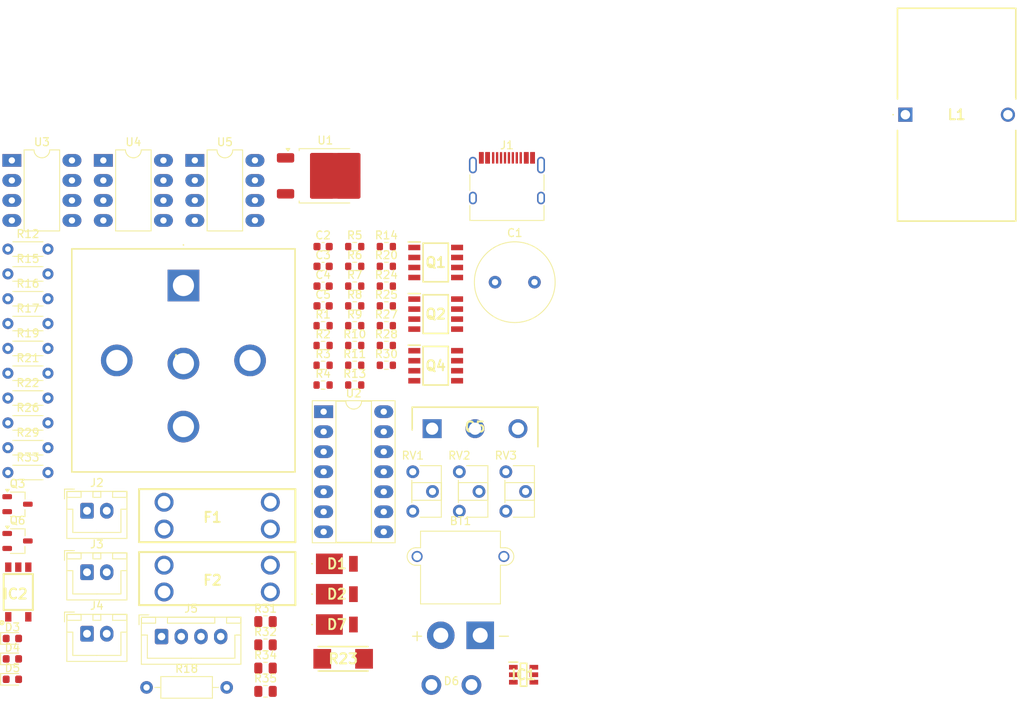
<source format=kicad_pcb>
(kicad_pcb (version 20240108) (generator "pcbnew") (generator_version "8.0")
  (layers (0 "F.Cu" signal) (31 "B.Cu" signal) (34 "B.Paste" user) (35 "F.Paste" user) (36 "B.SilkS" user "B.Silkscreen") (37 "F.SilkS" user "F.Silkscreen") (38 "B.Mask" user) (39 "F.Mask" user) (44 "Edge.Cuts" user))
  (net 0 "")
  (net 1 "GND")
  (net 2 "+BATT")
  (net 3 "+24V")
  (net 4 "+12V")
  (net 5 "Net-(IC1-VDD)")
  (net 6 "+5V")
  (net 7 "Net-(D3-K)")
  (net 8 "Net-(D4-K)")
  (net 9 "Net-(D5-K)")
  (net 10 "Net-(D6-K)")
  (net 11 "Net-(D6-A)")
  (net 12 "Net-(D7-A)")
  (net 14 "Net-(IC1-CC2)")
  (net 15 "Net-(IC1-CC1)")
  (net 16 "Net-(IC1-CFG)")
  (net 17 "Net-(IC2-Pad5)")
  (net 18 "Net-(Q3-D)")
  (net 19 "Net-(IC2-Pad1)")
  (net 30 "/PowerSIG")
  (net 31 "/ChargeSIG")
  (net 32 "/RelaySIG")
  (net 33 "/CapV+_Sence")
  (net 34 "/CapV-_Sence")
  (net 36 "Net-(L1-Pad1)")
  (net 37 "Net-(Q3-G)")
  (net 38 "Net-(Q5-G)")
  (net 39 "Net-(Q6-G)")
  (net 40 "/PFM")
  (net 41 "/OCP")
  (net 42 "Net-(U3B-+)")
  (net 43 "Net-(U4A-+)")
  (net 44 "Net-(U3A--)")
  (net 45 "Net-(U4A--)")
  (net 46 "/OVP")
  (net 47 "Net-(U5A-+)")
  (net 48 "Net-(R31-Pad2)")
  (net 49 "Net-(U5A--)")
  (net 50 "Net-(R34-Pad2)")
  (footprint "LED_SMD:LED_0603_1608Metric" (layer "F.Cu") (at 76.29 123.74)
    (property "Reference" "D4" (at 0 -1.43 0) (layer "F.SilkS"))
    (property "Value" "LED")
    (pad "1" smd roundrect (at -0.7875 0) (size 0.875 0.95) (layers "F.Cu" "F.Paste" "F.Mask") (net 8 "Net-(D4-K)"))
    (pad "2" smd roundrect (at 0.7875 0) (size 0.875 0.95) (layers "F.Cu" "F.Paste" "F.Mask") (net 3 "+24V"))
  )
  (footprint "Resistor_SMD:R_0603_1608Metric" (layer "F.Cu") (at 119.69 86.49)
    (property "Reference" "R11" (at 0 -1.43 0) (layer "F.SilkS"))
    (property "Value" "4.7k")
    (pad "1" smd roundrect (at -0.825 0) (size 0.8 0.95) (layers "F.Cu" "F.Paste" "F.Mask") (net 6 "+5V"))
    (pad "2" smd roundrect (at 0.825 0) (size 0.8 0.95) (layers "F.Cu" "F.Paste" "F.Mask") (net 41 "/OCP"))
  )
  (footprint "samasys:MA10EB045" (layer "F.Cu") (at 117.425 111.68)
    (property "Reference" "D1" (at 0 0 0) (layer "F.SilkS") (effects (font (size 1.27 1.27) (thickness 0.254))))
    (property "Value" "D_Schottky" (hide yes))
    (pad "1" smd rect (at -0.95 0 90) (size 2.6 3.4) (layers "F.Cu" "F.Paste" "F.Mask") (net 4 "+12V"))
    (pad "2" smd rect (at 2.1 0) (size 1.1 2) (layers "F.Cu" "F.Paste" "F.Mask") (net 1 "GND"))
  )
  (footprint "Resistor_THT:R_Axial_DIN0204_L3.6mm_D1.6mm_P5.08mm_Horizontal" (layer "F.Cu") (at 75.72 87.5)
    (property "Reference" "R21" (at 2.54 -1.92 0) (layer "F.SilkS"))
    (property "Value" "1k")
    (pad "1" thru_hole circle (at 0 0) (size 1.4 1.4) (drill 0.7) (layers "*.Cu" "*.Mask") (net 43 "Net-(U4A-+)"))
    (pad "2" thru_hole oval (at 5.08 0) (size 1.4 1.4) (drill 0.7) (layers "*.Cu" "*.Mask") (net 34 "/CapV-_Sence"))
  )
  (footprint "Resistor_SMD:R_0603_1608Metric" (layer "F.Cu") (at 119.69 83.98)
    (property "Reference" "R10" (at 0 -1.43 0) (layer "F.SilkS"))
    (property "Value" "1.5k")
    (pad "1" smd roundrect (at -0.825 0) (size 0.8 0.95) (layers "F.Cu" "F.Paste" "F.Mask") (net 6 "+5V"))
    (pad "2" smd roundrect (at 0.825 0) (size 0.8 0.95) (layers "F.Cu" "F.Paste" "F.Mask") (net 40 "/PFM"))
  )
  (footprint "Resistor_SMD:R_0603_1608Metric" (layer "F.Cu") (at 119.69 76.45)
    (property "Reference" "R7" (at 0 -1.43 0) (layer "F.SilkS"))
    (property "Value" "1k")
    (pad "1" smd roundrect (at -0.825 0) (size 0.8 0.95) (layers "F.Cu" "F.Paste" "F.Mask") (net 9 "Net-(D5-K)"))
    (pad "2" smd roundrect (at 0.825 0) (size 0.8 0.95) (layers "F.Cu" "F.Paste" "F.Mask") (net 1 "GND"))
  )
  (footprint "Package_DIP:DIP-8_W7.62mm_LongPads" (layer "F.Cu") (at 99.42 60.5)
    (property "Reference" "U5" (at 3.81 -2.33 0) (layer "F.SilkS"))
    (property "Value" "NJM2903")
    (pad "1" thru_hole rect (at 0 0) (size 2.4 1.6) (drill 0.8) (layers "*.Cu" "*.Mask") (net 46 "/OVP"))
    (pad "2" thru_hole oval (at 0 2.54) (size 2.4 1.6) (drill 0.8) (layers "*.Cu" "*.Mask") (net 49 "Net-(U5A--)"))
    (pad "3" thru_hole oval (at 0 5.08) (size 2.4 1.6) (drill 0.8) (layers "*.Cu" "*.Mask") (net 47 "Net-(U5A-+)"))
    (pad "4" thru_hole oval (at 0 7.62) (size 2.4 1.6) (drill 0.8) (layers "*.Cu" "*.Mask") (net 4 "+12V"))
    (pad "5" thru_hole oval (at 7.62 7.62) (size 2.4 1.6) (drill 0.8) (layers "*.Cu" "*.Mask") (net 1 "GND"))
    (pad "6" thru_hole oval (at 7.62 5.08) (size 2.4 1.6) (drill 0.8) (layers "*.Cu" "*.Mask") (net 1 "GND"))
    (pad "7" thru_hole oval (at 7.62 2.54) (size 2.4 1.6) (drill 0.8) (layers "*.Cu" "*.Mask"))
    (pad "8" thru_hole oval (at 7.62 0) (size 2.4 1.6) (drill 0.8) (layers "*.Cu" "*.Mask") (net 1 "GND"))
  )
  (footprint "Resistor_THT:R_Axial_DIN0204_L3.6mm_D1.6mm_P5.08mm_Horizontal" (layer "F.Cu") (at 75.72 93.8)
    (property "Reference" "R26" (at 2.54 -1.92 0) (layer "F.SilkS"))
    (property "Value" "2.4k")
    (pad "1" thru_hole circle (at 0 0) (size 1.4 1.4) (drill 0.7) (layers "*.Cu" "*.Mask") (net 46 "/OVP"))
    (pad "2" thru_hole oval (at 5.08 0) (size 1.4 1.4) (drill 0.7) (layers "*.Cu" "*.Mask") (net 47 "Net-(U5A-+)"))
  )
  (footprint "Connector_JST:JST_XH_B2B-XH-A_1x02_P2.50mm_Vertical" (layer "F.Cu") (at 85.75 120.55)
    (property "Reference" "J4" (at 1.25 -3.55 0) (layer "F.SilkS"))
    (property "Value" "XH2P")
    (pad "1" thru_hole roundrect (at 0 0) (size 1.7 2) (drill 1) (layers "*.Cu" "*.Mask") (roundrect_rratio 0.147059) (net 6 "+5V"))
    (pad "2" thru_hole oval (at 2.5 0) (size 1.7 2) (drill 1) (layers "*.Cu" "*.Mask") (net 32 "/RelaySIG"))
  )
  (footprint "LED_SMD:LED_0603_1608Metric" (layer "F.Cu") (at 76.29 121.15)
    (property "Reference" "D3" (at 0 -1.43 0) (layer "F.SilkS"))
    (property "Value" "LED")
    (pad "1" smd roundrect (at -0.7875 0) (size 0.875 0.95) (layers "F.Cu" "F.Paste" "F.Mask") (net 7 "Net-(D3-K)"))
    (pad "2" smd roundrect (at 0.7875 0) (size 0.875 0.95) (layers "F.Cu" "F.Paste" "F.Mask") (net 4 "+12V"))
  )
  (footprint "Resistor_SMD:R_0603_1608Metric" (layer "F.Cu") (at 115.68 81.47)
    (property "Reference" "R1" (at 0 -1.43 0) (layer "F.SilkS"))
    (property "Value" "2k")
    (pad "1" smd roundrect (at -0.825 0) (size 0.8 0.95) (layers "F.Cu" "F.Paste" "F.Mask") (net 7 "Net-(D3-K)"))
    (pad "2" smd roundrect (at 0.825 0) (size 0.8 0.95) (layers "F.Cu" "F.Paste" "F.Mask") (net 1 "GND"))
  )
  (footprint "samasys:MA10EB045" (layer "F.Cu") (at 117.425 115.53)
    (property "Reference" "D2" (at 0 0 0) (layer "F.SilkS") (effects (font (size 1.27 1.27) (thickness 0.254))))
    (property "Value" "D_Schottky" (hide yes))
    (pad "1" smd rect (at -0.95 0 90) (size 2.6 3.4) (layers "F.Cu" "F.Paste" "F.Mask") (net 3 "+24V"))
    (pad "2" smd rect (at 2.1 0) (size 1.1 2) (layers "F.Cu" "F.Paste" "F.Mask") (net 1 "GND"))
  )
  (footprint "Resistor_SMD:R_0603_1608Metric" (layer "F.Cu") (at 115.68 83.98)
    (property "Reference" "R2" (at 0 -1.43 0) (layer "F.SilkS"))
    (property "Value" "5.1k")
    (pad "1" smd roundrect (at -0.825 0) (size 0.8 0.95) (layers "F.Cu" "F.Paste" "F.Mask") (net 15 "Net-(IC1-CC1)"))
    (pad "2" smd roundrect (at 0.825 0) (size 0.8 0.95) (layers "F.Cu" "F.Paste" "F.Mask") (net 1 "GND"))
  )
  (footprint "Resistor_SMD:R_0805_2012Metric" (layer "F.Cu") (at 108.38 121.96)
    (property "Reference" "R32" (at 0 -1.65 0) (layer "F.SilkS"))
    (property "Value" "1M")
    (pad "1" smd roundrect (at -0.9125 0) (size 1.025 1.4) (layers "F.Cu" "F.Paste" "F.Mask") (roundrect_rratio 0.243902) (net 48 "Net-(R31-Pad2)"))
    (pad "2" smd roundrect (at 0.9125 0) (size 1.025 1.4) (layers "F.Cu" "F.Paste" "F.Mask") (roundrect_rratio 0.243902) (net 49 "Net-(U5A--)"))
  )
  (footprint "Resistor_SMD:R_0603_1608Metric" (layer "F.Cu") (at 119.69 78.96)
    (property "Reference" "R8" (at 0 -1.43 0) (layer "F.SilkS"))
    (property "Value" "10k")
    (pad "1" smd roundrect (at -0.825 0) (size 0.8 0.95) (layers "F.Cu" "F.Paste" "F.Mask") (net 31 "/ChargeSIG"))
    (pad "2" smd roundrect (at 0.825 0) (size 0.8 0.95) (layers "F.Cu" "F.Paste" "F.Mask") (net 1 "GND"))
  )
  (footprint "Connector_JST:JST_XH_B4B-XH-A_1x04_P2.50mm_Vertical" (layer "F.Cu") (at 95.2 120.91)
    (property "Reference" "J5" (at 3.75 -3.55 0) (layer "F.SilkS"))
    (property "Value" "XH4P")
    (pad "1" thru_hole roundrect (at 0 0) (size 1.7 1.95) (drill 0.95) (layers "*.Cu" "*.Mask") (roundrect_rratio 0.147059) (net 33 "/CapV+_Sence"))
    (pad "2" thru_hole oval (at 2.5 0) (size 1.7 1.95) (drill 0.95) (layers "*.Cu" "*.Mask") (net 33 "/CapV+_Sence"))
    (pad "3" thru_hole oval (at 5 0) (size 1.7 1.95) (drill 0.95) (layers "*.Cu" "*.Mask") (net 34 "/CapV-_Sence"))
    (pad "4" thru_hole oval (at 7.5 0) (size 1.7 1.95) (drill 0.95) (layers "*.Cu" "*.Mask") (net 34 "/CapV-_Sence"))
  )
  (footprint "Resistor_SMD:R_0603_1608Metric" (layer "F.Cu") (at 119.69 89)
    (property "Reference" "R13" (at 0 -1.43 0) (layer "F.SilkS"))
    (property "Value" "10k")
    (pad "1" smd roundrect (at -0.825 0) (size 0.8 0.95) (layers "F.Cu" "F.Paste" "F.Mask") (net 37 "Net-(Q3-G)"))
    (pad "2" smd roundrect (at 0.825 0) (size 0.8 0.95) (layers "F.Cu" "F.Paste" "F.Mask") (net 1 "GND"))
  )
  (footprint "Package_DIP:DIP-14_W7.62mm_Socket_LongPads" (layer "F.Cu") (at 115.75 92.38)
    (property "Reference" "U2" (at 3.81 -2.33 0) (layer "F.SilkS"))
    (property "Value" "74HC21")
    (pad "1" thru_hole rect (at 0 0) (size 2.4 1.6) (drill 0.8) (layers "*.Cu" "*.Mask") (net 31 "/ChargeSIG"))
    (pad "2" thru_hole oval (at 0 2.54) (size 2.4 1.6) (drill 0.8) (layers "*.Cu" "*.Mask") (net 41 "/OCP"))
    (pad "3" thru_hole oval (at 0 5.08) (size 2.4 1.6) (drill 0.8) (layers "*.Cu" "*.Mask"))
    (pad "4" thru_hole oval (at 0 7.62) (size 2.4 1.6) (drill 0.8) (layers "*.Cu" "*.Mask") (net 46 "/OVP"))
    (pad "5" thru_hole oval (at 0 10.16) (size 2.4 1.6) (drill 0.8) (layers "*.Cu" "*.Mask") (net 40 "/PFM"))
    (pad "6" thru_hole oval (at 0 12.7) (size 2.4 1.6) (drill 0.8) (layers "*.Cu" "*.Mask") (net 37 "Net-(Q3-G)"))
    (pad "7" thru_hole oval (at 0 15.24) (size 2.4 1.6) (drill 0.8) (layers "*.Cu" "*.Mask") (net 1 "GND"))
    (pad "8" thru_hole oval (at 7.62 15.24) (size 2.4 1.6) (drill 0.8) (layers "*.Cu" "*.Mask") (net 39 "Net-(Q6-G)"))
    (pad "9" thru_hole oval (at 7.62 12.7) (size 2.4 1.6) (drill 0.8) (layers "*.Cu" "*.Mask") (net 32 "/RelaySIG"))
    (pad "10" thru_hole oval (at 7.62 10.16) (size 2.4 1.6) (drill 0.8) (layers "*.Cu" "*.Mask") (net 32 "/RelaySIG"))
    (pad "11" thru_hole oval (at 7.62 7.62) (size 2.4 1.6) (drill 0.8) (layers "*.Cu" "*.Mask"))
    (pad "12" thru_hole oval (at 7.62 5.08) (size 2.4 1.6) (drill 0.8) (layers "*.Cu" "*.Mask") (net 46 "/OVP"))
    (pad "13" thru_hole oval (at 7.62 2.54) (size 2.4 1.6) (drill 0.8) (layers "*.Cu" "*.Mask") (net 46 "/OVP"))
    (pad "14" thru_hole oval (at 7.62 0) (size 2.4 1.6) (drill 0.8) (layers "*.Cu" "*.Mask") (net 6 "+5V"))
  )
  (footprint "Capacitor_SMD:C_0603_1608Metric" (layer "F.Cu") (at 115.68 71.43)
    (property "Reference" "C2" (at 0 -1.43 0) (layer "F.SilkS"))
    (property "Value" "0.33u")
    (pad "1" smd roundrect (at -0.775 0) (size 0.9 0.95) (layers "F.Cu" "F.Paste" "F.Mask") (net 4 "+12V"))
    (pad "2" smd roundrect (at 0.775 0) (size 0.9 0.95) (layers "F.Cu" "F.Paste" "F.Mask") (net 1 "GND"))
  )
  (footprint "Resistor_SMD:R_0603_1608Metric" (layer "F.Cu") (at 123.7 86.49)
    (property "Reference" "R30" (at 0 -1.43 0) (layer "F.SilkS"))
    (property "Value" "10k")
    (pad "1" smd roundrect (at -0.825 0) (size 0.8 0.95) (layers "F.Cu" "F.Paste" "F.Mask") (net 39 "Net-(Q6-G)"))
    (pad "2" smd roundrect (at 0.825 0) (size 0.8 0.95) (layers "F.Cu" "F.Paste" "F.Mask") (net 1 "GND"))
  )
  (footprint "Package_DIP:DIP-8_W7.62mm_LongPads" (layer "F.Cu") (at 76.22 60.5)
    (property "Reference" "U3" (at 3.81 -2.33 0) (layer "F.SilkS"))
    (property "Value" "NJM2903")
    (pad "1" thru_hole rect (at 0 0) (size 2.4 1.6) (drill 0.8) (layers "*.Cu" "*.Mask") (net 40 "/PFM"))
    (pad "2" thru_hole oval (at 0 2.54) (size 2.4 1.6) (drill 0.8) (layers "*.Cu" "*.Mask") (net 44 "Net-(U3A--)"))
    (pad "3" thru_hole oval (at 0 5.08) (size 2.4 1.6) (drill 0.8) (layers "*.Cu" "*.Mask") (net 40 "/PFM"))
    (pad "4" thru_hole oval (at 0 7.62) (size 2.4 1.6) (drill 0.8) (layers "*.Cu" "*.Mask") (net 4 "+12V"))
    (pad "5" thru_hole oval (at 7.62 7.62) (size 2.4 1.6) (drill 0.8) (layers "*.Cu" "*.Mask") (net 42 "Net-(U3B-+)"))
    (pad "6" thru_hole oval (at 7.62 5.08) (size 2.4 1.6) (drill 0.8) (layers "*.Cu" "*.Mask") (net 44 "Net-(U3A--)"))
    (pad "7" thru_hole oval (at 7.62 2.54) (size 2.4 1.6) (drill 0.8) (layers "*.Cu" "*.Mask") (net 41 "/OCP"))
    (pad "8" thru_hole oval (at 7.62 0) (size 2.4 1.6) (drill 0.8) (layers "*.Cu" "*.Mask") (net 1 "GND"))
  )
  (footprint "Resistor_SMD:R_0603_1608Metric" (layer "F.Cu") (at 123.7 78.96)
    (property "Reference" "R25" (at 0 -1.43 0) (layer "F.SilkS"))
    (property "Value" "10k")
    (pad "1" smd roundrect (at -0.825 0) (size 0.8 0.95) (layers "F.Cu" "F.Paste" "F.Mask") (net 32 "/RelaySIG"))
    (pad "2" smd roundrect (at 0.825 0) (size 0.8 0.95) (layers "F.Cu" "F.Paste" "F.Mask") (net 1 "GND"))
  )
  (footprint "LED_SMD:LED_0603_1608Metric" (layer "F.Cu") (at 76.29 126.33)
    (property "Reference" "D5" (at 0 -1.43 0) (layer "F.SilkS"))
    (property "Value" "LED")
    (pad "1" smd roundrect (at -0.7875 0) (size 0.875 0.95) (layers "F.Cu" "F.Paste" "F.Mask") (net 9 "Net-(D5-K)"))
    (pad "2" smd roundrect (at 0.7875 0) (size 0.875 0.95) (layers "F.Cu" "F.Paste" "F.Mask") (net 6 "+5V"))
  )
  (footprint "Capacitor_SMD:C_0603_1608Metric" (layer "F.Cu") (at 115.68 76.45)
    (property "Reference" "C4" (at 0 -1.43 0) (layer "F.SilkS"))
    (property "Value" "0.1u")
    (pad "1" smd roundrect (at -0.775 0) (size 0.9 0.95) (layers "F.Cu" "F.Paste" "F.Mask") (net 6 "+5V"))
    (pad "2" smd roundrect (at 0.775 0) (size 0.9 0.95) (layers "F.Cu" "F.Paste" "F.Mask") (net 1 "GND"))
  )
  (footprint "Connector_AMASS:AMASS_XT30PW-M_1x02_P2.50mm_Horizontal" (layer "F.Cu") (at 135.6 120.75)
    (property "Reference" "BT1" (at -2.5 -14.5 0) (layer "F.SilkS"))
    (property "Value" "Battery")
    (fp_text user "+" (at -8 0 0) (layer "F.SilkS") (effects (font (size 1.5 1.5))))
    (fp_text user "-" (at 3 0 0) (layer "F.SilkS") (effects (font (size 1.5 1.5))))
    (pad "" thru_hole circle (at -8 -10) (size 1.4 1.4) (drill 1) (layers "*.Cu" "*.Mask"))
    (pad "" thru_hole circle (at 3 -10) (size 1.4 1.4) (drill 1) (layers "*.Cu" "*.Mask"))
    (pad "1" thru_hole rect (at 0 0) (size 3.5 3.5) (drill 1.9) (layers "*.Cu" "*.Mask") (net 2 "+BATT"))
    (pad "2" thru_hole circle (at -5 0) (size 3.5 3.5) (drill 1.9) (layers "*.Cu" "*.Mask") (net 1 "GND"))
  )
  (footprint "Resistor_SMD:R_0603_1608Metric" (layer "F.Cu") (at 115.68 89)
    (property "Reference" "R4" (at 0 -1.43 0) (layer "F.SilkS"))
    (property "Value" "5.1k")
    (pad "1" smd roundrect (at -0.825 0) (size 0.8 0.95) (layers "F.Cu" "F.Paste" "F.Mask") (net 14 "Net-(IC1-CC2)"))
    (pad "2" smd roundrect (at 0.825 0) (size 0.8 0.95) (layers "F.Cu" "F.Paste" "F.Mask") (net 1 "GND"))
  )
  (footprint "Potentiometer_THT:Potentiometer_ACP_CA6-H2,5_Horizontal" (layer "F.Cu") (at 138.85 100)
    (property "Reference" "RV3" (at 0 -2.06 0) (layer "F.SilkS"))
    (property "Value" "500")
    (pad "1" thru_hole circle (at 0 0) (size 1.62 1.62) (drill 0.9) (layers "*.Cu" "*.Mask") (net 47 "Net-(U5A-+)"))
    (pad "2" thru_hole circle (at 2.5 2.5) (size 1.62 1.62) (drill 0.9) (layers "*.Cu" "*.Mask") (net 1 "GND"))
    (pad "3" thru_hole circle (at 0 5) (size 1.62 1.62) (drill 0.9) (layers "*.Cu" "*.Mask"))
  )
  (footprint "Resistor_THT:R_Axial_DIN0204_L3.6mm_D1.6mm_P5.08mm_Horizontal" (layer "F.Cu") (at 75.72 84.35)
    (property "Reference" "R19" (at 2.54 -1.92 0) (layer "F.SilkS"))
    (property "Value" "100k")
    (pad "1" thru_hole circle (at 0 0) (size 1.4 1.4) (drill 0.7) (layers "*.Cu" "*.Mask") (net 45 "Net-(U4A--)"))
    (pad "2" thru_hole oval (at 5.08 0) (size 1.4 1.4) (drill 0.7) (layers "*.Cu" "*.Mask") (net 1 "GND"))
  )
  (footprint "samasys:SOIC127P600X175-8N" (layer "F.Cu") (at 129.955 80)
    (property "Reference" "Q2" (at 0 0 0) (layer "F.SilkS") (effects (font (size 1.27 1.27) (thickness 0.254))))
    (property "Value" "FDS4935A" (hide yes))
    (pad "1" smd rect (at -2.712 -1.905 90) (size 0.7 1.525) (layers "F.Cu" "F.Paste" "F.Mask") (net 3 "+24V"))
    (pad "2" smd rect (at -2.712 -0.635 90) (size 0.7 1.525) (layers "F.Cu" "F.Paste" "F.Mask") (net 30 "/PowerSIG"))
    (pad "3" smd rect (at -2.712 0.635 90) (size 0.7 1.525) (layers "F.Cu" "F.Paste" "F.Mask") (net 3 "+24V"))
    (pad "4" smd rect (at -2.712 1.905 90) (size 0.7 1.525) (layers "F.Cu" "F.Paste" "F.Mask") (net 30 "/PowerSIG"))
    (pad "5" smd rect (at 2.712 1.905 90) (size 0.7 1.525) (layers "F.Cu" "F.Paste" "F.Mask") (net 36 "Net-(L1-Pad1)"))
    (pad "6" smd rect (at 2.712 0.635 90) (size 0.7 1.525) (layers "F.Cu" "F.Paste" "F.Mask") (net 36 "Net-(L1-Pad1)"))
    (pad "7" smd rect (at 2.712 -0.635 90) (size 0.7 1.525) (layers "F.Cu" "F.Paste" "F.Mask") (net 36 "Net-(L1-Pad1)"))
    (pad "8" smd rect (at 2.712 -1.905 90) (size 0.7 1.525) (layers "F.Cu" "F.Paste" "F.Mask") (net 36 "Net-(L1-Pad1)"))
  )
  (footprint "Resistor_SMD:R_0603_1608Metric" (layer "F.Cu") (at 123.7 73.94)
    (property "Reference" "R20" (at 0 -1.43 0) (layer "F.SilkS"))
    (property "Value" "10k")
    (pad "1" smd roundrect (at -0.825 0) (size 0.8 0.95) (layers "F.Cu" "F.Paste" "F.Mask") (net 38 "Net-(Q5-G)"))
    (pad "2" smd roundrect (at 0.825 0) (size 0.8 0.95) (layers "F.Cu" "F.Paste" "F.Mask") (net 34 "/CapV-_Sence"))
  )
  (footprint "Package_TO_SOT_SMD:TSOT-23" (layer "F.Cu") (at 76.94 104.115)
    (property "Reference" "Q3" (at 0 -2.6 0) (layer "F.SilkS"))
    (property "Value" "NMOS")
    (pad "1" smd roundrect (at -1.31 -0.95) (size 1.22 0.65) (layers "F.Cu" "F.Paste" "F.Mask") (net 18 "Net-(Q3-D)"))
    (pad "2" smd roundrect (at -1.31 0.95) (size 1.22 0.65) (layers "F.Cu" "F.Paste" "F.Mask") (net 37 "Net-(Q3-G)"))
    (pad "3" smd roundrect (at 1.31 0) (size 1.22 0.65) (layers "F.Cu" "F.Paste" "F.Mask") (net 1 "GND"))
  )
  (footprint "Resistor_THT:R_Axial_DIN0204_L3.6mm_D1.6mm_P5.08mm_Horizontal" (layer "F.Cu") (at 75.72 71.75)
    (property "Reference" "R12" (at 2.54 -1.92 0) (layer "F.SilkS"))
    (property "Value" "510")
    (pad "1" thru_hole circle (at 0 0) (size 1.4 1.4) (drill 0.7) (layers "*.Cu" "*.Mask") (net 41 "/OCP"))
    (pad "2" thru_hole oval (at 5.08 0) (size 1.4 1.4) (drill 0.7) (layers "*.Cu" "*.Mask") (net 42 "Net-(U3B-+)"))
  )
  (footprint "samasys:3557-2" (layer "F.Cu") (at 102.257 105.567)
    (property "Reference" "F1" (at -0.597 0.218 0) (layer "F.SilkS") (effects (font (size 1.27 1.27) (thickness 0.254))))
    (property "Value" "Fuse" (hide yes))
    (pad "1" thru_hole circle (at -6.735 -1.7) (size 2.4 2.4) (drill 1.6) (layers "*.Cu" "*.Mask") (net 2 "+BATT"))
    (pad "1" thru_hole circle (at -6.735 1.7) (size 2.4 2.4) (drill 1.6) (layers "*.Cu" "*.Mask") (net 2 "+BATT"))
    (pad "2" thru_hole circle (at 6.735 -1.7) (size 2.4 2.4) (drill 1.6) (layers "*.Cu" "*.Mask") (net 4 "+12V"))
    (pad "2" thru_hole circle (at 6.735 1.7) (size 2.4 2.4) (drill 1.6) (layers "*.Cu" "*.Mask") (net 4 "+12V"))
  )
  (footprint "Potentiometer_THT:Potentiometer_ACP_CA6-H2,5_Horizontal" (layer "F.Cu") (at 127.05 100)
    (property "Reference" "RV1" (at 0 -2.06 0) (layer "F.SilkS"))
    (property "Value" "10k")
    (pad "1" thru_hole circle (at 0 0) (size 1.62 1.62) (drill 0.9) (layers "*.Cu" "*.Mask") (net 40 "/PFM"))
    (pad "2" thru_hole circle (at 2.5 2.5) (size 1.62 1.62) (drill 0.9) (layers "*.Cu" "*.Mask") (net 1 "GND"))
    (pad "3" thru_hole circle (at 0 5) (size 1.62 1.62) (drill 0.9) (layers "*.Cu" "*.Mask"))
  )
  (footprint "Resistor_SMD:R_0805_2012Metric" (layer "F.Cu") (at 108.38 119.01)
    (property "Reference" "R31" (at 0 -1.65 0) (layer "F.SilkS"))
    (property "Value" "1M")
    (pad "1" smd roundrect (at -0.9125 0) (size 1.025 1.4) (layers "F.Cu" "F.Paste" "F.Mask") (roundrect_rratio 0.243902) (net 33 "/CapV+_Sence"))
    (pad "2" smd roundrect (at 0.9125 0) (size 1.025 1.4) (layers "F.Cu" "F.Paste" "F.Mask") (roundrect_rratio 0.243902) (net 48 "Net-(R31-Pad2)"))
  )
  (footprint "Resistor_SMD:R_0805_2012Metric" (layer "F.Cu") (at 108.38 124.91)
    (property "Reference" "R34" (at 0 -1.65 0) (layer "F.SilkS"))
    (property "Value" "1M")
    (pad "1" smd roundrect (at -0.9125 0) (size 1.025 1.4) (layers "F.Cu" "F.Paste" "F.Mask") (roundrect_rratio 0.243902) (net 33 "/CapV+_Sence"))
    (pad "2" smd roundrect (at 0.9125 0) (size 1.025 1.4) (layers "F.Cu" "F.Paste" "F.Mask") (roundrect_rratio 0.243902) (net 50 "Net-(R34-Pad2)"))
  )
  (footprint "samasys:SOIC127P600X175-8N" (layer "F.Cu") (at 129.955 73.45)
    (property "Reference" "Q1" (at 0 0 0) (layer "F.SilkS") (effects (font (size 1.27 1.27) (thickness 0.254))))
    (property "Value" "FDS4935A" (hide yes))
    (pad "1" smd rect (at -2.712 -1.905 90) (size 0.7 1.525) (layers "F.Cu" "F.Paste" "F.Mask") (net 3 "+24V"))
    (pad "2" smd rect (at -2.712 -0.635 90) (size 0.7 1.525) (layers "F.Cu" "F.Paste" "F.Mask") (net 30 "/PowerSIG"))
    (pad "3" smd rect (at -2.712 0.635 90) (size 0.7 1.525) (layers "F.Cu" "F.Paste" "F.Mask") (net 3 "+24V"))
    (pad "4" smd rect (at -2.712 1.905 90) (size 0.7 1.525) (layers "F.Cu" "F.Paste" "F.Mask") (net 30 "/PowerSIG"))
    (pad "5" smd rect (at 2.712 1.905 90) (size 0.7 1.525) (layers "F.Cu" "F.Paste" "F.Mask") (net 36 "Net-(L1-Pad1)"))
    (pad "6" smd rect (at 2.712 0.635 90) (size 0.7 1.525) (layers "F.Cu" "F.Paste" "F.Mask") (net 36 "Net-(L1-Pad1)"))
    (pad "7" smd rect (at 2.712 -0.635 90) (size 0.7 1.525) (layers "F.Cu" "F.Paste" "F.Mask") (net 36 "Net-(L1-Pad1)"))
    (pad "8" smd rect (at 2.712 -1.905 90) (size 0.7 1.525) (layers "F.Cu" "F.Paste" "F.Mask") (net 36 "Net-(L1-Pad1)"))
  )
  (footprint "samasys:TK042N65Z5" (layer "F.Cu") (at 129.505 94.535)
    (property "Reference" "Q5" (at 5.44 -0.22 0) (layer "F.SilkS") (effects (font (size 1.27 1.27) (thickness 0.254))))
    (property "Value" "NMOS" (hide yes))
    (pad "1" thru_hole rect (at 0 0) (size 2.4 2.4) (drill 1.551) (layers "*.Cu" "*.Mask") (net 11 "Net-(D6-A)"))
    (pad "2" thru_hole circle (at 5.44 0) (size 2.4 2.4) (drill 1.551) (layers "*.Cu" "*.Mask") (net 38 "Net-(Q5-G)"))
    (pad "3" thru_hole circle (at 10.88 0) (size 2.4 2.4) (drill 1.551) (layers "*.Cu" "*.Mask") (net 34 "/CapV-_Sence"))
  )
  (footprint "Mylibrary:PCDP0665G1" (layer "F.Cu") (at 131.95 127.05)
    (property "Reference" "D6" (at 0 -0.5 0) (layer "F.SilkS"))
    (property "Value" "D")
    (pad "1" thru_hole circle (at 2.54 0) (size 2.5 2.5) (drill 1.5) (layers "*.Cu" "*.Mask") (net 10 "Net-(D6-K)"))
    (pad "2" thru_hole circle (at -2.54 0) (size 2.5 2.5) (drill 1.5) (layers "*.Cu" "*.Mask") (net 11 "Net-(D6-A)"))
  )
  (footprint "Package_DIP:DIP-8_W7.62mm_LongPads" (layer "F.Cu") (at 87.82 60.5)
    (property "Reference" "U4" (at 3.81 -2.33 0) (layer "F.SilkS"))
    (property "Value" "NJM4558")
    (pad "1" thru_hole rect (at 0 0) (size 2.4 1.6) (drill 0.8) (layers "*.Cu" "*.Mask") (net 44 "Net-(U3A--)"))
    (pad "2" thru_hole oval (at 0 2.54) (size 2.4 1.6) (drill 0.8) (layers "*.Cu" "*.Mask") (net 45 "Net-(U4A--)"))
    (pad "3" thru_hole oval (at 0 5.08) (size 2.4 1.6) (drill 0.8) (layers "*.Cu" "*.Mask") (net 43 "Net-(U4A-+)"))
    (pad "4" thru_hole oval (at 0 7.62) (size 2.4 1.6) (drill 0.8) (layers "*.Cu" "*.Mask") (net 1 "GND"))
    (pad "5" thru_hole oval (at 7.62 7.62) (size 2.4 1.6) (drill 0.8) (layers "*.Cu" "*.Mask") (net 1 "GND"))
    (pad "6" thru_hole oval (at 7.62 5.08) (size 2.4 1.6) (drill 0.8) (layers "*.Cu" "*.Mask") (net 1 "GND"))
    (pad "7" thru_hole oval (at 7.62 2.54) (size 2.4 1.6) (drill 0.8) (layers "*.Cu" "*.Mask"))
    (pad "8" thru_hole oval (at 7.62 0) (size 2.4 1.6) (drill 0.8) (layers "*.Cu" "*.Mask") (net 4 "+12V"))
  )
  (footprint "samasys:DG85B7011751024" (layer "F.Cu") (at 97.975 76.375)
    (property "Reference" "K1" (at 0 9.5 0) (layer "F.SilkS") (effects (font (size 1.27 1.27) (thickness 0.254))))
    (property "Value" "DG85B-7011-75-1012" (hide yes))
    (pad "30" thru_hole rect (at 0 0) (size 4.02 4.02) (drill 2.68) (layers "*.Cu" "*.Mask") (net 10 "Net-(D6-K)"))
    (pad "85" thru_hole circle (at 8.45 9.5) (size 4.02 4.02) (drill 2.68) (layers "*.Cu" "*.Mask") (net 4 "+12V"))
    (pad "86" thru_hole circle (at -8.45 9.5) (size 4.02 4.02) (drill 2.68) (layers "*.Cu" "*.Mask") (net 12 "Net-(D7-A)"))
    (pad "87" thru_hole circle (at 0 17.9) (size 4.02 4.02) (drill 2.68) (layers "*.Cu" "*.Mask") (net 33 "/CapV+_Sence"))
    (pad "A87" thru_hole circle (at 0 9.9) (size 4.02 4.02) (drill 2.68) (layers "*.Cu" "*.Mask"))
  )
  (footprint "Capacitor_SMD:C_0603_1608Metric" (layer "F.Cu") (at 115.68 78.96)
    (property "Reference" "C5" (at 0 -1.43 0) (layer "F.SilkS"))
    (property "Value" "C_Small")
    (pad "1" smd roundrect (at -0.775 0) (size 0.9 0.95) (layers "F.Cu" "F.Paste" "F.Mask") (net 3 "+24V"))
    (pad "2" smd roundrect (at 0.775 0) (size 0.9 0.95) (layers "F.Cu" "F.Paste" "F.Mask") (net 1 "GND"))
  )
  (footprint "Resistor_THT:R_Axial_DIN0204_L3.6mm_D1.6mm_P5.08mm_Horizontal" (layer "F.Cu") (at 75.72 78.05)
    (property "Reference" "R16" (at 2.54 -1.92 0) (layer "F.SilkS"))
    (property "Value" "1.6k")
    (pad "1" thru_hole circle (at 0 0) (size 1.4 1.4) (drill 0.7) (layers "*.Cu" "*.Mask") (net 4 "+12V"))
    (pad "2" thru_hole oval (at 5.08 0) (size 1.4 1.4) (drill 0.7) (layers "*.Cu" "*.Mask") (net 42 "Net-(U3B-+)"))
  )
  (footprint "samasys:HK12S1009000" (layer "F.Cu") (at 189.5 54.7)
    (property "Reference" "L1" (at 6.5 0 0) (layer "F.SilkS") (effects (font (size 1.27 1.27) (thickness 0.254))))
    (property "Value" "L" (hide yes))
    (pad "1" thru_hole rect (at 0 0) (size 1.8 1.8) (drill 1.2) (layers "*.Cu" "*.Mask") (net 36 "Net-(L1-Pad1)"))
    (pad "2" thru_hole circle (at 13 0) (size 1.8 1.8) (drill 1.2) (layers "*.Cu" "*.Mask") (net 11 "Net-(D6-A)"))
  )
  (footprint "Resistor_SMD:R_0603_1608Metric" (layer "F.Cu") (at 123.7 81.47)
    (property "Reference" "R27" (at 0 -1.43 0) (layer "F.SilkS"))
    (property "Value" "150k")
    (pad "1" smd roundrect (at -0.825 0) (size 0.8 0.95) (layers "F.Cu" "F.Paste" "F.Mask") (net 10 "Net-(D6-K)"))
    (pad "2" smd roundrect (at 0.825 0) (size 0.8 0.95) (layers "F.Cu" "F.Paste" "F.Mask") (net 33 "/CapV+_Sence"))
  )
  (footprint "Resistor_SMD:R_0603_1608Metric" (layer "F.Cu") (at 115.68 86.49)
    (property "Reference" "R3" (at 0 -1.43 0) (layer "F.SilkS"))
    (property "Value" "1k")
    (pad "1" smd roundrect (at -0.825 0) (size 0.8 0.95) (layers "F.Cu" "F.Paste" "F.Mask") (net 4 "+12V"))
    (pad "2" smd roundrect (at 0.825 0) (size 0.8 0.95) (layers "F.Cu" "F.Paste" "F.Mask") (net 5 "Net-(IC1-VDD)"))
  )
  (footprint "Resistor_THT:R_Axial_DIN0207_L6.3mm_D2.5mm_P10.16mm_Horizontal" (layer "F.Cu") (at 93.3 127.36)
    (property "Reference" "R18" (at 5.08 -2.37 0) (layer "F.SilkS"))
    (property "Value" "15")
    (pad "1" thru_hole circle (at 0 0) (size 1.6 1.6) (drill 0.8) (layers "*.Cu" "*.Mask") (net 17 "Net-(IC2-Pad5)"))
    (pad "2" thru_hole oval (at 10.16 0) (size 1.6 1.6) (drill 0.8) (layers "*.Cu" "*.Mask") (net 38 "Net-(Q5-G)"))
  )
  (footprint "Capacitor_THT:C_Radial_D10.0mm_H12.5mm_P5.00mm" (layer "F.Cu") (at 137.48 75.95)
    (property "Reference" "C1" (at 2.5 -6.25 0) (layer "F.SilkS"))
    (property "Value" "330u")
    (pad "1" thru_hole circle (at 0 0) (size 1.6 1.6) (drill 0.8) (layers "*.Cu" "*.Mask") (net 3 "+24V"))
    (pad "2" thru_hole circle (at 5 0) (size 1.6 1.6) (drill 0.8) (layers "*.Cu" "*.Mask") (net 1 "GND"))
  )
  (footprint "Package_TO_SOT_SMD:TSOT-23" (layer "F.Cu") (at 76.94 108.78)
    (property "Reference" "Q6" (at 0 -2.6 0) (layer "F.SilkS"))
    (property "Value" "NMOS")
    (pad "1" smd roundrect (at -1.31 -0.95) (size 1.22 0.65) (layers "F.Cu" "F.Paste" "F.Mask") (net 12 "Net-(D7-A)"))
    (pad "2" smd roundrect (at -1.31 0.95) (size 1.22 0.65) (layers "F.Cu" "F.Paste" "F.Mask") (net 39 "Net-(Q6-G)"))
    (pad "3" smd roundrect (at 1.31 0) (size 1.22 0.65) (layers "F.Cu" "F.Paste" "F.Mask") (net 1 "GND"))
  )
  (footprint "Potentiometer_THT:Potentiometer_ACP_CA6-H2,5_Horizontal" (layer "F.Cu") (at 132.95 100)
    (property "Reference" "RV2" (at 0 -2.06 0) (layer "F.SilkS"))
    (property "Value" "1k")
    (pad "1" thru_hole circle (at 0 0) (size 1.62 1.62) (drill 0.9) (layers "*.Cu" "*.Mask") (net 42 "Net-(U3B-+)"))
    (pad "2" thru_hole circle (at 2.5 2.5) (size 1.62 1.62) (drill 0.9) (layers "*.Cu" "*.Mask") (net 1 "GND"))
    (pad "3" thru_hole circle (at 0 5) (size 1.62 1.62) (drill 0.9) (layers "*.Cu" "*.Mask"))
  )
  (footprint "Resistor_SMD:R_0603_1608Metric" (layer "F.Cu") (at 119.69 81.47)
    (property "Reference" "R9" (at 0 -1.43 0) (layer "F.SilkS"))
    (property "Value" "10k")
    (pad "1" smd roundrect (at -0.825 0) (size 0.8 0.95) (layers "F.Cu" "F.Paste" "F.Mask") (net 3 "+24V"))
    (pad "2" smd roundrect (at 0.825 0) (size 0.8 0.95) (layers "F.Cu" "F.Paste" "F.Mask") (net 30 "/PowerSIG"))
  )
  (footprint "Resistor_THT:R_Axial_DIN0204_L3.6mm_D1.6mm_P5.08mm_Horizontal" (layer "F.Cu") (at 75.72 74.9)
    (property "Reference" "R15" (at 2.54 -1.92 0) (layer "F.SilkS"))
    (property "Value" "20k")
    (pad "1" thru_hole circle (at 0 0) (size 1.4 1.4) (drill 0.7) (layers "*.Cu" "*.Mask") (net 4 "+12V"))
    (pad "2" thru_hole oval (at 5.08 0) (size 1.4 1.4) (drill 0.7) (layers "*.Cu" "*.Mask") (net 40 "/PFM"))
  )
  (footprint "Resistor_SMD:R_0805_2012Metric" (layer "F.Cu") (at 108.38 127.86)
    (property "Reference" "R35" (at 0 -1.65 0) (layer "F.SilkS"))
    (property "Value" "1M")
    (pad "1" smd roundrect (at -0.9125 0) (size 1.025 1.4) (layers "F.Cu" "F.Paste" "F.Mask") (roundrect_rratio 0.243902) (net 50 "Net-(R34-Pad2)"))
    (pad "2" smd roundrect (at 0.9125 0) (size 1.025 1.4) (layers "F.Cu" "F.Paste" "F.Mask") (roundrect_rratio 0.243902) (net 49 "Net-(U5A--)"))
  )
  (footprint "samasys:SOIC127P600X175-8N" (layer "F.Cu") (at 129.955 86.55)
    (property "Reference" "Q4" (at 0 0 0) (layer "F.SilkS") (effects (font (size 1.27 1.27) (thickness 0.254))))
    (property "Value" "FDS4935A" (hide yes))
    (pad "1" smd rect (at -2.712 -1.905 90) (size 0.7 1.525) (layers "F.Cu" "F.Paste" "F.Mask") (net 3 "+24V"))
    (pad "2" smd rect (at -2.712 -0.635 90) (size 0.7 1.525) (layers "F.Cu" "F.Paste" "F.Mask") (net 30 "/PowerSIG"))
    (pad "3" smd rect (at -2.712 0.635 90) (size 0.7 1.525) (layers "F.Cu" "F.Paste" "F.Mask") (net 3 "+24V"))
    (pad "4" smd rect (at -2.712 1.905 90) (size 0.7 1.525) (layers "F.Cu" "F.Paste" "F.Mask") (net 30 "/PowerSIG"))
    (pad "5" smd rect (at 2.712 1.905 90) (size 0.7 1.525) (layers "F.Cu" "F.Paste" "F.Mask") (net 36 "Net-(L1-Pad1)"))
    (pad "6" smd rect (at 2.712 0.635 90) (size 0.7 1.525) (layers "F.Cu" "F.Paste" "F.Mask") (net 36 "Net-(L1-Pad1)"))
    (pad "7" smd rect (at 2.712 -0.635 90) (size 0.7 1.525) (layers "F.Cu" "F.Paste" "F.Mask") (net 36 "Net-(L1-Pad1)"))
    (pad "8" smd rect (at 2.712 -1.905 90) (size 0.7 1.525) (layers "F.Cu" "F.Paste" "F.Mask") (net 36 "Net-(L1-Pad1)"))
  )
  (footprint "Resistor_SMD:R_0603_1608Metric" (layer "F.Cu") (at 119.69 71.43)
    (property "Reference" "R5" (at 0 -1.43 0) (layer "F.SilkS"))
    (property "Value" "5.1k")
    (pad "1" smd roundrect (at -0.825 0) (size 0.8 0.95) (layers "F.Cu" "F.Paste" "F.Mask") (net 8 "Net-(D4-K)"))
    (pad "2" smd roundrect (at 0.825 0) (size 0.8 0.95) (layers "F.Cu" "F.Paste" "F.Mask") (net 1 "GND"))
  )
  (footprint "Connector_USB:USB_C_Receptacle_HRO_TYPE-C-31-M-12" (layer "F.Cu") (at 138.99 64.22)
    (property "Reference" "J1" (at 0 -5.645 0) (layer "F.SilkS"))
    (property "Value" "USB_C_Receptacle_USB2.0")
    (pad "" np_thru_hole circle (at -2.89 -2.6) (size 0.65 0.65) (drill 0.65) (layers "*.Cu" "*.Mask"))
    (pad "" np_thru_hole circle (at 2.89 -2.6) (size 0.65 0.65) (drill 0.65) (layers "*.Cu" "*.Mask"))
    (pad "A1" smd rect (at -3.25 -4.045) (size 0.6 1.45) (layers "F.Cu" "F.Paste" "F.Mask") (net 1 "GND"))
    (pad "A4" smd rect (at -2.45 -4.045) (size 0.6 1.45) (layers "F.Cu" "F.Paste" "F.Mask") (net 4 "+12V"))
    (pad "A5" smd rect (at -1.25 -4.045) (size 0.3 1.45) (layers "F.Cu" "F.Paste" "F.Mask") (net 15 "Net-(IC1-CC1)"))
    (pad "A6" smd rect (at -0.25 -4.045) (size 0.3 1.45) (layers "F.Cu" "F.Paste" "F.Mask"))
    (pad "A7" smd rect (at 0.25 -4.045) (size 0.3 1.45) (layers "F.Cu" "F.Paste" "F.Mask"))
    (pad "A8" smd rect (at 1.25 -4.045) (size 0.3 1.45) (layers "F.Cu" "F.Paste" "F.Mask"))
    (pad "A9" smd rect (at 2.45 -4.045) (size 0.6 1.45) (layers "F.Cu" "F.Paste" "F.Mask") (net 4 "+12V"))
    (pad "A12" smd rect (at 3.25 -4.045) (size 0.6 1.45) (layers "F.Cu" "F.Paste" "F.Mask") (net 1 "GND"))
    (pad "B1" smd rect (at 3.25 -4.045) (size 0.6 1.45) (layers "F.Cu" "F.Paste" "F.Mask") (net 1 "GND"))
    (pad "B4" smd rect (at 2.45 -4.045) (size 0.6 1.45) (layers "F.Cu" "F.Paste" "F.Mask") (net 4 "+12V"))
    (pad "B5" smd rect (at 1.75 -4.045) (size 0.3 1.45) (layers "F.Cu" "F.Paste" "F.Mask") (net 14 "Net-(IC1-CC2)"))
    (pad "B6" smd rect (at 0.75 -4.045) (size 0.3 1.45) (layers "F.Cu" "F.Paste" "F.Mask"))
    (pad "B7" smd rect (at -0.75 -4.045) (size 0.3 1.45) (layers "F.Cu" "F.Paste" "F.Mask"))
    (pad "B8" smd rect (at -1.75 -4.045) (size 0.3 1.45) (layers "F.Cu" "F.Paste" "F.Mask"))
    (pad "B9" smd rect (at -2.45 -4.045) (size 0.6 1.45) (layers "F.Cu" "F.Paste" "F.Mask") (net 4 "+12V"))
    (pad "B12" smd rect (at -3.25 -4.045) (size 0.6 1.45) (layers "F.Cu" "F.Paste" "F.Mask") (net 1 "GND"))
    (pad "S1" thru_hole oval (at -4.32 -3.13) (size 1 2.1) (drill oval 0.6 1.7) (layers "*.Cu" "*.Mask"))
    (pad "S1" thru_hole oval (at -4.32 1.05) (size 1 1.6) (drill oval 0.6 1.2) (layers "*.Cu" "*.Mask"))
    (pad "S1" thru_hole oval (at 4.32 -3.13) (size 1 2.1) (drill oval 0.6 1.7) (layers "*.Cu" "*.Mask"))
    (pad "S1" thru_hole oval (at 4.32 1.05) (size 1 1.6) (drill oval 0.6 1.2) (layers "*.Cu" "*.Mask"))
  )
  (footprint "Resistor_THT:R_Axial_DIN0204_L3.6mm_D1.6mm_P5.08mm_Horizontal" (layer "F.Cu") (at 75.72 90.65)
    (property "Reference" "R22" (at 2.54 -1.92 0) (layer "F.SilkS"))
    (property "Value" "1k")
    (pad "1" thru_hole circle (at 0 0) (size 1.4 1.4) (drill 0.7) (layers "*.Cu" "*.Mask") (net 45 "Net-(U4A--)"))
    (pad "2" thru_hole oval (at 5.08 0) (size 1.4 1.4) (drill 0.7) (layers "*.Cu" "*.Mask") (net 1 "GND"))
  )
  (footprint "Resistor_SMD:R_0603_1608Metric" (layer "F.Cu") (at 123.7 76.45)
    (property "Reference" "R24" (at 0 -1.43 0) (layer "F.SilkS"))
    (property "Value" "4.7k")
    (pad "1" smd roundrect (at -0.825 0) (size 0.8 0.95) (layers "F.Cu" "F.Paste" "F.Mask") (net 6 "+5V"))
    (pad "2" smd roundrect (at 0.825 0) (size 0.8 0.95) (layers "F.Cu" "F.Paste" "F.Mask") (net 46 "/OVP"))
  )
  (footprint "Resistor_SMD:R_0603_1608Metric" (layer "F.Cu") (at 119.69 73.94)
    (property "Reference" "R6" (at 0 -1.43 0) (layer "F.SilkS"))
    (property "Value" "47k")
    (pad "1" smd roundrect (at -0.825 0) (size 0.8 0.95) (layers "F.Cu" "F.Paste" "F.Mask") (net 5 "Net-(IC1-VDD)"))
    (pad "2" smd roundrect (at 0.825 0) (size 0.8 0.95) (layers "F.Cu" "F.Paste" "F.Mask") (net 16 "Net-(IC1-CFG)"))
  )
  (footprint "Capacitor_SMD:C_0603_1608Metric" (layer "F.Cu") (at 115.68 73.94)
    (property "Reference" "C3" (at 0 -1.43 0) (layer "F.SilkS"))
    (property "Value" "1u")
    (pad "1" smd roundrect (at -0.775 0) (size 0.9 0.95) (layers "F.Cu" "F.Paste" "F.Mask") (net 5 "Net-(IC1-VDD)"))
    (pad "2" smd roundrect (at 0.775 0) (size 0.9 0.95) (layers "F.Cu" "F.Paste" "F.Mask") (net 1 "GND"))
  )
  (footprint "samasys:11-4L1S_5-PIN-SOIC_" (layer "F.Cu") (at 77.03671 115.255)
    (property "Reference" "IC2" (at -0.374 0.251 0) (layer "F.SilkS") (effects (font (size 1.27 1.27) (thickness 0.254))))
    (property "Value" "TLP152" (hide yes))
    (pad "1" smd rect (at -1.27 3.15) (size 0.8 1.2) (layers "F.Cu" "F.Paste" "F.Mask") (net 19 "Net-(IC2-Pad1)"))
    (pad "3" smd rect (at 1.27 3.15) (size 0.8 1.2) (layers "F.Cu" "F.Paste" "F.Mask") (net 18 "Net-(Q3-D)"))
    (pad "4" smd rect (at 1.27 -3.15) (size 0.8 1.2) (layers "F.Cu" "F.Paste" "F.Mask") (net 1 "GND"))
    (pad "5" smd rect (at 0 -3.15) (size 0.8 1.2) (layers "F.Cu" "F.Paste" "F.Mask") (net 17 "Net-(IC2-Pad5)"))
    (pad "6" smd rect (at -1.27 -3.15) (size 0.8 1.2) (layers "F.Cu" "F.Paste" "F.Mask") (net 3 "+24V"))
  )
  (footprint "Package_TO_SOT_SMD:TO-252-2" (layer "F.Cu") (at 115.96 62.455)
    (property "Reference" "U1" (at 0 -4.5 0) (layer "F.SilkS"))
    (property "Value" "L7805")
    (pad "1" smd roundrect (at -5.04 -2.28) (size 2.2 1.2) (layers "F.Cu" "F.Paste" "F.Mask") (roundrect_rratio 0.208333) (net 4 "+12V"))
    (pad "2" smd roundrect (at -0.415 -1.525) (size 3.05 2.75) (layers "F.Cu" "F.Paste") (roundrect_rratio 0.090909) (net 1 "GND"))
    (pad "2" smd roundrect (at -0.415 1.525) (size 3.05 2.75) (layers "F.Cu" "F.Paste") (roundrect_rratio 0.090909) (net 1 "GND"))
    (pad "2" smd roundrect (at 1.26 0) (size 6.4 5.8) (layers "F.Cu" "F.Mask") (roundrect_rratio 0.043103) (net 1 "GND"))
    (pad "2" smd roundrect (at 2.935 -1.525) (size 3.05 2.75) (layers "F.Cu" "F.Paste") (roundrect_rratio 0.090909) (net 1 "GND"))
    (pad "2" smd roundrect (at 2.935 1.525) (size 3.05 2.75) (layers "F.Cu" "F.Paste") (roundrect_rratio 0.090909) (net 1 "GND"))
    (pad "3" smd roundrect (at -5.04 2.28) (size 2.2 1.2) (layers "F.Cu" "F.Paste" "F.Mask") (roundrect_rratio 0.208333) (net 6 "+5V"))
  )
  (footprint "samasys:RESM6331X120N" (layer "F.Cu") (at 118.225 123.73)
    (property "Reference" "R23" (at 0 0 0) (layer "F.SilkS") (effects (font (size 1.27 1.27) (thickness 0.254))))
    (property "Value" "10m" (hide yes))
    (pad "1" smd rect (at -2.65 0) (size 2.25 2.5) (layers "F.Cu" "F.Paste" "F.Mask") (net 34 "/CapV-_Sence"))
    (pad "2" smd rect (at 2.65 0) (size 2.25 2.5) (layers "F.Cu" "F.Paste" "F.Mask") (net 1 "GND"))
  )
  (footprint "Resistor_SMD:R_0603_1608Metric" (layer "F.Cu") (at 123.7 71.43)
    (property "Reference" "R14" (at 0 -1.43 0) (layer "F.SilkS"))
    (property "Value" "1k")
    (pad "1" smd roundrect (at -0.825 0) (size 0.8 0.95) (layers "F.Cu" "F.Paste" "F.Mask") (net 4 "+12V"))
    (pad "2" smd roundrect (at 0.825 0) (size 0.8 0.95) (layers "F.Cu" "F.Paste" "F.Mask") (net 19 "Net-(IC2-Pad1)"))
  )
  (footprint "Resistor_THT:R_Axial_DIN0204_L3.6mm_D1.6mm_P5.08mm_Horizontal" (layer "F.Cu") (at 75.72 96.95)
    (property "Reference" "R29" (at 2.54 -1.92 0) (layer "F.SilkS"))
    (property "Value" "1.2k")
    (pad "1" thru_hole circle (at 0 0) (size 1.4 1.4) (drill 0.7) (layers "*.Cu" "*.Mask") (net 4 "+12V"))
    (pad "2" thru_hole oval (at 5.08 0) (size 1.4 1.4) (drill 0.7) (layers "*.Cu" "*.Mask") (net 47 "Net-(U5A-+)"))
  )
  (footprint "Connector_JST:JST_XH_B2B-XH-A_1x02_P2.50mm_Vertical" (layer "F.Cu") (at 85.75 104.95)
    (property "Reference" "J2" (at 1.25 -3.55 0) (layer "F.SilkS"))
    (property "Value" "XH2P")
    (pad "1" thru_hole roundrect (at 0 0) (size 1.7 2) (drill 1) (layers "*.Cu" "*.Mask") (roundrect_rratio 0.147059) (net 30 "/PowerSIG"))
    (pad "2" thru_hole oval (at 2.5 0) (size 1.7 2) (drill 1) (layers "*.Cu" "*.Mask") (net 1 "GND"))
  )
  (footprint "Resistor_SMD:R_0603_1608Metric" (layer "F.Cu") (at 123.7 83.98)
    (property "Reference" "R28" (at 0 -1.43 0) (layer "F.SilkS"))
    (property "Value" "150k")
    (pad "1" smd roundrect (at -0.825 0) (size 0.8 0.95) (layers "F.Cu" "F.Paste" "F.Mask") (net 10 "Net-(D6-K)"))
    (pad "2" smd roundrect (at 0.825 0) (size 0.8 0.95) (layers "F.Cu" "F.Paste" "F.Mask") (net 33 "/CapV+_Sence"))
  )
  (footprint "samasys:3557-2" (layer "F.Cu") (at 102.257 113.551)
    (property "Reference" "F2" (at -0.597 0.218 0) (layer "F.SilkS") (effects (font (size 1.27 1.27) (thickness 0.254))))
    (property "Value" "Fuse" (hide yes))
    (pad "1" thru_hole circle (at -6.735 -1.7) (size 2.4 2.4) (drill 1.6) (layers "*.Cu" "*.Mask") (net 2 "+BATT"))
    (pad "1" thru_hole circle (at -6.735 1.7) (size 2.4 2.4) (drill 1.6) (layers "*.Cu" "*.Mask") (net 2 "+BATT"))
    (pad "2" thru_hole circle (at 6.735 -1.7) (size 2.4 2.4) (drill 1.6) (layers "*.Cu" "*.Mask") (net 3 "+24V"))
    (pad "2" thru_hole circle (at 6.735 1.7) (size 2.4 2.4) (drill 1.6) (layers "*.Cu" "*.Mask") (net 3 "+24V"))
  )
  (footprint "Resistor_THT:R_Axial_DIN0204_L3.6mm_D1.6mm_P5.08mm_Horizontal" (layer "F.Cu") (at 75.72 81.2)
    (property "Reference" "R17" (at 2.54 -1.92 0) (layer "F.SilkS"))
    (property "Value" "100k")
    (pad "1" thru_hole circle (at 0 0) (size 1.4 1.4) (drill 0.7) (layers "*.Cu" "*.Mask") (net 44 "Net-(U3A--)"))
    (pad "2" thru_hole oval (at 5.08 0) (size 1.4 1.4) (drill 0.7) (layers "*.Cu" "*.Mask") (net 43 "Net-(U4A-+)"))
  )
  (footprint "samasys:SOT95P280X120-6N" (layer "F.Cu") (at 141.1 125.75)
    (property "Reference" "IC1" (at 0 0 0) (layer "F.SilkS") (effects (font (size 1.27 1.27) (thickness 0.254))))
    (property "Value" "CH221K" (hide yes))
    (pad "1" smd rect (at -1.3 -0.95 90) (size 0.6 1.1) (layers "F.Cu" "F.Paste" "F.Mask") (net 5 "Net-(IC1-VDD)"))
    (pad "2" smd rect (at -1.3 0 90) (size 0.6 1.1) (layers "F.Cu" "F.Paste" "F.Mask") (net 1 "GND"))
    (pad "3" smd rect (at -1.3 0.95 90) (size 0.6 1.1) (layers "F.Cu" "F.Paste" "F.Mask"))
    (pad "4" smd rect (at 1.3 0.95 90) (size 0.6 1.1) (layers "F.Cu" "F.Paste" "F.Mask") (net 15 "Net-(IC1-CC1)"))
    (pad "5" smd rect (at 1.3 0 90) (size 0.6 1.1) (layers "F.Cu" "F.Paste" "F.Mask") (net 14 "Net-(IC1-CC2)"))
    (pad "6" smd rect (at 1.3 -0.95 90) (size 0.6 1.1) (layers "F.Cu" "F.Paste" "F.Mask") (net 16 "Net-(IC1-CFG)"))
  )
  (footprint "Connector_JST:JST_XH_B2B-XH-A_1x02_P2.50mm_Vertical" (layer "F.Cu") (at 85.75 112.75)
    (property "Reference" "J3" (at 1.25 -3.55 0) (layer "F.SilkS"))
    (property "Value" "XH2P")
    (pad "1" thru_hole roundrect (at 0 0) (size 1.7 2) (drill 1) (layers "*.Cu" "*.Mask") (roundrect_rratio 0.147059) (net 6 "+5V"))
    (pad "2" thru_hole oval (at 2.5 0) (size 1.7 2) (drill 1) (layers "*.Cu" "*.Mask") (net 31 "/ChargeSIG"))
  )
  (footprint "samasys:MA10EB045" (layer "F.Cu") (at 117.425 119.38)
    (property "Reference" "D7" (at 0 0 0) (layer "F.SilkS") (effects (font (size 1.27 1.27) (thickness 0.254))))
    (property "Value" "D" (hide yes))
    (pad "1" smd rect (at -0.95 0 90) (size 2.6 3.4) (layers "F.Cu" "F.Paste" "F.Mask") (net 4 "+12V"))
    (pad "2" smd rect (at 2.1 0) (size 1.1 2) (layers "F.Cu" "F.Paste" "F.Mask") (net 12 "Net-(D7-A)"))
  )
  (footprint "Resistor_THT:R_Axial_DIN0204_L3.6mm_D1.6mm_P5.08mm_Horizontal" (layer "F.Cu") (at 75.72 100.1)
    (property "Reference" "R33" (at 2.54 -1.92 0) (layer "F.SilkS"))
    (property "Value" "10k")
    (pad "1" thru_hole circle (at 0 0) (size 1.4 1.4) (drill 0.7) (layers "*.Cu" "*.Mask") (net 49 "Net-(U5A--)"))
    (pad "2" thru_hole oval (at 5.08 0) (size 1.4 1.4) (drill 0.7) (layers "*.Cu" "*.Mask") (net 34 "/CapV-_Sence"))
  )
)
</source>
